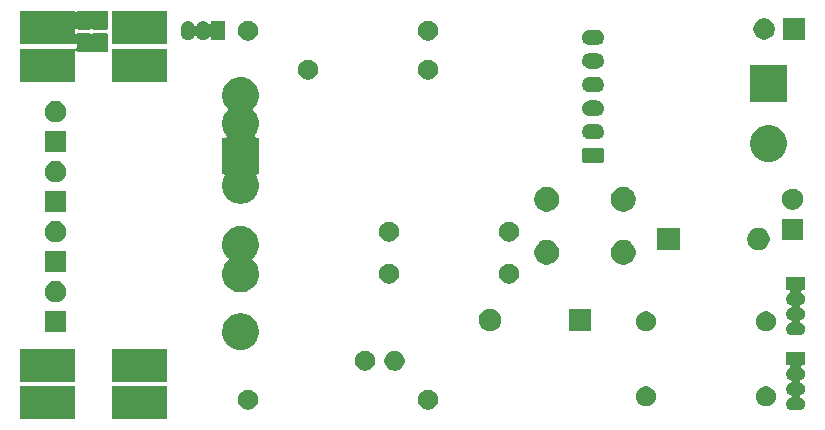
<source format=gbr>
G04 #@! TF.GenerationSoftware,KiCad,Pcbnew,5.1.5+dfsg1-2build2*
G04 #@! TF.CreationDate,2022-06-14T14:03:14+02:00*
G04 #@! TF.ProjectId,model1,6d6f6465-6c31-42e6-9b69-6361645f7063,rev?*
G04 #@! TF.SameCoordinates,Original*
G04 #@! TF.FileFunction,Soldermask,Bot*
G04 #@! TF.FilePolarity,Negative*
%FSLAX46Y46*%
G04 Gerber Fmt 4.6, Leading zero omitted, Abs format (unit mm)*
G04 Created by KiCad (PCBNEW 5.1.5+dfsg1-2build2) date 2022-06-14 14:03:14*
%MOMM*%
%LPD*%
G04 APERTURE LIST*
%ADD10C,0.100000*%
G04 APERTURE END LIST*
D10*
G36*
X48746000Y-81411000D02*
G01*
X44144000Y-81411000D01*
X44144000Y-78609000D01*
X48746000Y-78609000D01*
X48746000Y-81411000D01*
G37*
G36*
X40946000Y-81411000D02*
G01*
X36344000Y-81411000D01*
X36344000Y-78609000D01*
X40946000Y-78609000D01*
X40946000Y-81411000D01*
G37*
G36*
X102812000Y-76862000D02*
G01*
X102583735Y-76862000D01*
X102559349Y-76864402D01*
X102535900Y-76871515D01*
X102514289Y-76883066D01*
X102495347Y-76898611D01*
X102479802Y-76917553D01*
X102468251Y-76939164D01*
X102461138Y-76962613D01*
X102458736Y-76986999D01*
X102461138Y-77011385D01*
X102468251Y-77034834D01*
X102479802Y-77056445D01*
X102495347Y-77075387D01*
X102514289Y-77090932D01*
X102524802Y-77097233D01*
X102568600Y-77120644D01*
X102568602Y-77120645D01*
X102568601Y-77120645D01*
X102652501Y-77189499D01*
X102721357Y-77273400D01*
X102738247Y-77305000D01*
X102772521Y-77369121D01*
X102804027Y-77472985D01*
X102814666Y-77581000D01*
X102804027Y-77689015D01*
X102772521Y-77792879D01*
X102772519Y-77792882D01*
X102721357Y-77888600D01*
X102652501Y-77972501D01*
X102568600Y-78041357D01*
X102500055Y-78077995D01*
X102472879Y-78092521D01*
X102460131Y-78096388D01*
X102437504Y-78105760D01*
X102417130Y-78119374D01*
X102399803Y-78136701D01*
X102386189Y-78157075D01*
X102376812Y-78179714D01*
X102372031Y-78203747D01*
X102372031Y-78228251D01*
X102376811Y-78252285D01*
X102386188Y-78274924D01*
X102399802Y-78295298D01*
X102417129Y-78312625D01*
X102437503Y-78326239D01*
X102460131Y-78335612D01*
X102472879Y-78339479D01*
X102500055Y-78354005D01*
X102568600Y-78390643D01*
X102652501Y-78459499D01*
X102721357Y-78543400D01*
X102756421Y-78609000D01*
X102772521Y-78639121D01*
X102804027Y-78742985D01*
X102814666Y-78851000D01*
X102804027Y-78959015D01*
X102772521Y-79062879D01*
X102772519Y-79062882D01*
X102721357Y-79158600D01*
X102652501Y-79242501D01*
X102568600Y-79311357D01*
X102500055Y-79347995D01*
X102472879Y-79362521D01*
X102460131Y-79366388D01*
X102437504Y-79375760D01*
X102417130Y-79389374D01*
X102399803Y-79406701D01*
X102386189Y-79427075D01*
X102376812Y-79449714D01*
X102372031Y-79473747D01*
X102372031Y-79498251D01*
X102376811Y-79522285D01*
X102386188Y-79544924D01*
X102399802Y-79565298D01*
X102417129Y-79582625D01*
X102437503Y-79596239D01*
X102460131Y-79605612D01*
X102472879Y-79609479D01*
X102500055Y-79624005D01*
X102568600Y-79660643D01*
X102652501Y-79729499D01*
X102721357Y-79813400D01*
X102757995Y-79881945D01*
X102772521Y-79909121D01*
X102804027Y-80012985D01*
X102814666Y-80121000D01*
X102804027Y-80229015D01*
X102772521Y-80332879D01*
X102772519Y-80332882D01*
X102721357Y-80428600D01*
X102652501Y-80512501D01*
X102568600Y-80581357D01*
X102500055Y-80617995D01*
X102472879Y-80632521D01*
X102369015Y-80664027D01*
X102288067Y-80672000D01*
X101733933Y-80672000D01*
X101652985Y-80664027D01*
X101549121Y-80632521D01*
X101521945Y-80617995D01*
X101453400Y-80581357D01*
X101369499Y-80512501D01*
X101300643Y-80428600D01*
X101249481Y-80332882D01*
X101249479Y-80332879D01*
X101217973Y-80229015D01*
X101207334Y-80121000D01*
X101217973Y-80012985D01*
X101249479Y-79909121D01*
X101264005Y-79881945D01*
X101300643Y-79813400D01*
X101369499Y-79729499D01*
X101453400Y-79660643D01*
X101521945Y-79624005D01*
X101549121Y-79609479D01*
X101561869Y-79605612D01*
X101584496Y-79596240D01*
X101604870Y-79582626D01*
X101622197Y-79565299D01*
X101635811Y-79544925D01*
X101645188Y-79522286D01*
X101649969Y-79498253D01*
X101649969Y-79473749D01*
X101645189Y-79449715D01*
X101635812Y-79427076D01*
X101622198Y-79406702D01*
X101604871Y-79389375D01*
X101584497Y-79375761D01*
X101561869Y-79366388D01*
X101549121Y-79362521D01*
X101521945Y-79347995D01*
X101453400Y-79311357D01*
X101369499Y-79242501D01*
X101300643Y-79158600D01*
X101249481Y-79062882D01*
X101249479Y-79062879D01*
X101217973Y-78959015D01*
X101207334Y-78851000D01*
X101217973Y-78742985D01*
X101249479Y-78639121D01*
X101265579Y-78609000D01*
X101300643Y-78543400D01*
X101369499Y-78459499D01*
X101453400Y-78390643D01*
X101521945Y-78354005D01*
X101549121Y-78339479D01*
X101561869Y-78335612D01*
X101584496Y-78326240D01*
X101604870Y-78312626D01*
X101622197Y-78295299D01*
X101635811Y-78274925D01*
X101645188Y-78252286D01*
X101649969Y-78228253D01*
X101649969Y-78203749D01*
X101645189Y-78179715D01*
X101635812Y-78157076D01*
X101622198Y-78136702D01*
X101604871Y-78119375D01*
X101584497Y-78105761D01*
X101561869Y-78096388D01*
X101549121Y-78092521D01*
X101521945Y-78077995D01*
X101453400Y-78041357D01*
X101369499Y-77972501D01*
X101300643Y-77888600D01*
X101249481Y-77792882D01*
X101249479Y-77792879D01*
X101217973Y-77689015D01*
X101207334Y-77581000D01*
X101217973Y-77472985D01*
X101249479Y-77369121D01*
X101283753Y-77305000D01*
X101300643Y-77273400D01*
X101369499Y-77189499D01*
X101453399Y-77120645D01*
X101453398Y-77120645D01*
X101453400Y-77120644D01*
X101497193Y-77097236D01*
X101517563Y-77083625D01*
X101534890Y-77066298D01*
X101548504Y-77045924D01*
X101557881Y-77023285D01*
X101562662Y-76999252D01*
X101562662Y-76974748D01*
X101557882Y-76950714D01*
X101548505Y-76928076D01*
X101534891Y-76907701D01*
X101517564Y-76890374D01*
X101497190Y-76876760D01*
X101474551Y-76867383D01*
X101450518Y-76862602D01*
X101438265Y-76862000D01*
X101210000Y-76862000D01*
X101210000Y-75760000D01*
X102812000Y-75760000D01*
X102812000Y-76862000D01*
G37*
G36*
X71114228Y-78937703D02*
G01*
X71269100Y-79001853D01*
X71408481Y-79094985D01*
X71527015Y-79213519D01*
X71620147Y-79352900D01*
X71684297Y-79507772D01*
X71717000Y-79672184D01*
X71717000Y-79839816D01*
X71684297Y-80004228D01*
X71620147Y-80159100D01*
X71527015Y-80298481D01*
X71408481Y-80417015D01*
X71269100Y-80510147D01*
X71114228Y-80574297D01*
X70949816Y-80607000D01*
X70782184Y-80607000D01*
X70617772Y-80574297D01*
X70462900Y-80510147D01*
X70323519Y-80417015D01*
X70204985Y-80298481D01*
X70111853Y-80159100D01*
X70047703Y-80004228D01*
X70015000Y-79839816D01*
X70015000Y-79672184D01*
X70047703Y-79507772D01*
X70111853Y-79352900D01*
X70204985Y-79213519D01*
X70323519Y-79094985D01*
X70462900Y-79001853D01*
X70617772Y-78937703D01*
X70782184Y-78905000D01*
X70949816Y-78905000D01*
X71114228Y-78937703D01*
G37*
G36*
X55874228Y-78937703D02*
G01*
X56029100Y-79001853D01*
X56168481Y-79094985D01*
X56287015Y-79213519D01*
X56380147Y-79352900D01*
X56444297Y-79507772D01*
X56477000Y-79672184D01*
X56477000Y-79839816D01*
X56444297Y-80004228D01*
X56380147Y-80159100D01*
X56287015Y-80298481D01*
X56168481Y-80417015D01*
X56029100Y-80510147D01*
X55874228Y-80574297D01*
X55709816Y-80607000D01*
X55542184Y-80607000D01*
X55377772Y-80574297D01*
X55222900Y-80510147D01*
X55083519Y-80417015D01*
X54964985Y-80298481D01*
X54871853Y-80159100D01*
X54807703Y-80004228D01*
X54775000Y-79839816D01*
X54775000Y-79672184D01*
X54807703Y-79507772D01*
X54871853Y-79352900D01*
X54964985Y-79213519D01*
X55083519Y-79094985D01*
X55222900Y-79001853D01*
X55377772Y-78937703D01*
X55542184Y-78905000D01*
X55709816Y-78905000D01*
X55874228Y-78937703D01*
G37*
G36*
X89559228Y-78667703D02*
G01*
X89714100Y-78731853D01*
X89853481Y-78824985D01*
X89972015Y-78943519D01*
X90065147Y-79082900D01*
X90129297Y-79237772D01*
X90162000Y-79402184D01*
X90162000Y-79569816D01*
X90129297Y-79734228D01*
X90065147Y-79889100D01*
X89972015Y-80028481D01*
X89853481Y-80147015D01*
X89714100Y-80240147D01*
X89559228Y-80304297D01*
X89394816Y-80337000D01*
X89227184Y-80337000D01*
X89062772Y-80304297D01*
X88907900Y-80240147D01*
X88768519Y-80147015D01*
X88649985Y-80028481D01*
X88556853Y-79889100D01*
X88492703Y-79734228D01*
X88460000Y-79569816D01*
X88460000Y-79402184D01*
X88492703Y-79237772D01*
X88556853Y-79082900D01*
X88649985Y-78943519D01*
X88768519Y-78824985D01*
X88907900Y-78731853D01*
X89062772Y-78667703D01*
X89227184Y-78635000D01*
X89394816Y-78635000D01*
X89559228Y-78667703D01*
G37*
G36*
X99719228Y-78667703D02*
G01*
X99874100Y-78731853D01*
X100013481Y-78824985D01*
X100132015Y-78943519D01*
X100225147Y-79082900D01*
X100289297Y-79237772D01*
X100322000Y-79402184D01*
X100322000Y-79569816D01*
X100289297Y-79734228D01*
X100225147Y-79889100D01*
X100132015Y-80028481D01*
X100013481Y-80147015D01*
X99874100Y-80240147D01*
X99719228Y-80304297D01*
X99554816Y-80337000D01*
X99387184Y-80337000D01*
X99222772Y-80304297D01*
X99067900Y-80240147D01*
X98928519Y-80147015D01*
X98809985Y-80028481D01*
X98716853Y-79889100D01*
X98652703Y-79734228D01*
X98620000Y-79569816D01*
X98620000Y-79402184D01*
X98652703Y-79237772D01*
X98716853Y-79082900D01*
X98809985Y-78943519D01*
X98928519Y-78824985D01*
X99067900Y-78731853D01*
X99222772Y-78667703D01*
X99387184Y-78635000D01*
X99554816Y-78635000D01*
X99719228Y-78667703D01*
G37*
G36*
X40946000Y-78236000D02*
G01*
X36344000Y-78236000D01*
X36344000Y-75434000D01*
X40946000Y-75434000D01*
X40946000Y-78236000D01*
G37*
G36*
X48746000Y-78236000D02*
G01*
X44144000Y-78236000D01*
X44144000Y-75434000D01*
X48746000Y-75434000D01*
X48746000Y-78236000D01*
G37*
G36*
X68280228Y-75635703D02*
G01*
X68435100Y-75699853D01*
X68574481Y-75792985D01*
X68693015Y-75911519D01*
X68786147Y-76050900D01*
X68850297Y-76205772D01*
X68883000Y-76370184D01*
X68883000Y-76537816D01*
X68850297Y-76702228D01*
X68786147Y-76857100D01*
X68693015Y-76996481D01*
X68574481Y-77115015D01*
X68435100Y-77208147D01*
X68280228Y-77272297D01*
X68115816Y-77305000D01*
X67948184Y-77305000D01*
X67783772Y-77272297D01*
X67628900Y-77208147D01*
X67489519Y-77115015D01*
X67370985Y-76996481D01*
X67277853Y-76857100D01*
X67213703Y-76702228D01*
X67181000Y-76537816D01*
X67181000Y-76370184D01*
X67213703Y-76205772D01*
X67277853Y-76050900D01*
X67370985Y-75911519D01*
X67489519Y-75792985D01*
X67628900Y-75699853D01*
X67783772Y-75635703D01*
X67948184Y-75603000D01*
X68115816Y-75603000D01*
X68280228Y-75635703D01*
G37*
G36*
X65780228Y-75635703D02*
G01*
X65935100Y-75699853D01*
X66074481Y-75792985D01*
X66193015Y-75911519D01*
X66286147Y-76050900D01*
X66350297Y-76205772D01*
X66383000Y-76370184D01*
X66383000Y-76537816D01*
X66350297Y-76702228D01*
X66286147Y-76857100D01*
X66193015Y-76996481D01*
X66074481Y-77115015D01*
X65935100Y-77208147D01*
X65780228Y-77272297D01*
X65615816Y-77305000D01*
X65448184Y-77305000D01*
X65283772Y-77272297D01*
X65128900Y-77208147D01*
X64989519Y-77115015D01*
X64870985Y-76996481D01*
X64777853Y-76857100D01*
X64713703Y-76702228D01*
X64681000Y-76537816D01*
X64681000Y-76370184D01*
X64713703Y-76205772D01*
X64777853Y-76050900D01*
X64870985Y-75911519D01*
X64989519Y-75792985D01*
X65128900Y-75699853D01*
X65283772Y-75635703D01*
X65448184Y-75603000D01*
X65615816Y-75603000D01*
X65780228Y-75635703D01*
G37*
G36*
X55283396Y-72474985D02*
G01*
X55452410Y-72508604D01*
X55734674Y-72625521D01*
X55988705Y-72795259D01*
X56204741Y-73011295D01*
X56374479Y-73265326D01*
X56491396Y-73547590D01*
X56514349Y-73662985D01*
X56551000Y-73847239D01*
X56551000Y-74152761D01*
X56535366Y-74231356D01*
X56491396Y-74452410D01*
X56374479Y-74734674D01*
X56204741Y-74988705D01*
X55988705Y-75204741D01*
X55734674Y-75374479D01*
X55452410Y-75491396D01*
X55302585Y-75521198D01*
X55152761Y-75551000D01*
X54847239Y-75551000D01*
X54697415Y-75521198D01*
X54547590Y-75491396D01*
X54265326Y-75374479D01*
X54011295Y-75204741D01*
X53795259Y-74988705D01*
X53625521Y-74734674D01*
X53508604Y-74452410D01*
X53464634Y-74231356D01*
X53449000Y-74152761D01*
X53449000Y-73847239D01*
X53485651Y-73662985D01*
X53508604Y-73547590D01*
X53625521Y-73265326D01*
X53795259Y-73011295D01*
X54011295Y-72795259D01*
X54265326Y-72625521D01*
X54547590Y-72508604D01*
X54716604Y-72474985D01*
X54847239Y-72449000D01*
X55152761Y-72449000D01*
X55283396Y-72474985D01*
G37*
G36*
X102812000Y-70512000D02*
G01*
X102583735Y-70512000D01*
X102559349Y-70514402D01*
X102535900Y-70521515D01*
X102514289Y-70533066D01*
X102495347Y-70548611D01*
X102479802Y-70567553D01*
X102468251Y-70589164D01*
X102461138Y-70612613D01*
X102458736Y-70636999D01*
X102461138Y-70661385D01*
X102468251Y-70684834D01*
X102479802Y-70706445D01*
X102495347Y-70725387D01*
X102514289Y-70740932D01*
X102524802Y-70747233D01*
X102568600Y-70770644D01*
X102568602Y-70770645D01*
X102568601Y-70770645D01*
X102652501Y-70839499D01*
X102721357Y-70923400D01*
X102757995Y-70991945D01*
X102772521Y-71019121D01*
X102804027Y-71122985D01*
X102814666Y-71231000D01*
X102804027Y-71339015D01*
X102772521Y-71442879D01*
X102772519Y-71442882D01*
X102721357Y-71538600D01*
X102652501Y-71622501D01*
X102568600Y-71691357D01*
X102500055Y-71727995D01*
X102472879Y-71742521D01*
X102460131Y-71746388D01*
X102437504Y-71755760D01*
X102417130Y-71769374D01*
X102399803Y-71786701D01*
X102386189Y-71807075D01*
X102376812Y-71829714D01*
X102372031Y-71853747D01*
X102372031Y-71878251D01*
X102376811Y-71902285D01*
X102386188Y-71924924D01*
X102399802Y-71945298D01*
X102417129Y-71962625D01*
X102437503Y-71976239D01*
X102460131Y-71985612D01*
X102472879Y-71989479D01*
X102500055Y-72004005D01*
X102568600Y-72040643D01*
X102652501Y-72109499D01*
X102721357Y-72193400D01*
X102756421Y-72259000D01*
X102772521Y-72289121D01*
X102804027Y-72392985D01*
X102814666Y-72501000D01*
X102804027Y-72609015D01*
X102772521Y-72712879D01*
X102772519Y-72712882D01*
X102721357Y-72808600D01*
X102652501Y-72892501D01*
X102568600Y-72961357D01*
X102500055Y-72997995D01*
X102472879Y-73012521D01*
X102460131Y-73016388D01*
X102437504Y-73025760D01*
X102417130Y-73039374D01*
X102399803Y-73056701D01*
X102386189Y-73077075D01*
X102376812Y-73099714D01*
X102372031Y-73123747D01*
X102372031Y-73148251D01*
X102376811Y-73172285D01*
X102386188Y-73194924D01*
X102399802Y-73215298D01*
X102417129Y-73232625D01*
X102437503Y-73246239D01*
X102460131Y-73255612D01*
X102472879Y-73259479D01*
X102483821Y-73265328D01*
X102568600Y-73310643D01*
X102652501Y-73379499D01*
X102721357Y-73463400D01*
X102757995Y-73531945D01*
X102772521Y-73559121D01*
X102804027Y-73662985D01*
X102814666Y-73771000D01*
X102804027Y-73879015D01*
X102772521Y-73982879D01*
X102772519Y-73982882D01*
X102721357Y-74078600D01*
X102652501Y-74162501D01*
X102568600Y-74231357D01*
X102500055Y-74267995D01*
X102472879Y-74282521D01*
X102369015Y-74314027D01*
X102288067Y-74322000D01*
X101733933Y-74322000D01*
X101652985Y-74314027D01*
X101549121Y-74282521D01*
X101521945Y-74267995D01*
X101453400Y-74231357D01*
X101369499Y-74162501D01*
X101300643Y-74078600D01*
X101249481Y-73982882D01*
X101249479Y-73982879D01*
X101217973Y-73879015D01*
X101207334Y-73771000D01*
X101217973Y-73662985D01*
X101249479Y-73559121D01*
X101264005Y-73531945D01*
X101300643Y-73463400D01*
X101369499Y-73379499D01*
X101453400Y-73310643D01*
X101538179Y-73265328D01*
X101549121Y-73259479D01*
X101561869Y-73255612D01*
X101584496Y-73246240D01*
X101604870Y-73232626D01*
X101622197Y-73215299D01*
X101635811Y-73194925D01*
X101645188Y-73172286D01*
X101649969Y-73148253D01*
X101649969Y-73123749D01*
X101645189Y-73099715D01*
X101635812Y-73077076D01*
X101622198Y-73056702D01*
X101604871Y-73039375D01*
X101584497Y-73025761D01*
X101561869Y-73016388D01*
X101549121Y-73012521D01*
X101521945Y-72997995D01*
X101453400Y-72961357D01*
X101369499Y-72892501D01*
X101300643Y-72808600D01*
X101249481Y-72712882D01*
X101249479Y-72712879D01*
X101217973Y-72609015D01*
X101207334Y-72501000D01*
X101217973Y-72392985D01*
X101249479Y-72289121D01*
X101265579Y-72259000D01*
X101300643Y-72193400D01*
X101369499Y-72109499D01*
X101453400Y-72040643D01*
X101521945Y-72004005D01*
X101549121Y-71989479D01*
X101561869Y-71985612D01*
X101584496Y-71976240D01*
X101604870Y-71962626D01*
X101622197Y-71945299D01*
X101635811Y-71924925D01*
X101645188Y-71902286D01*
X101649969Y-71878253D01*
X101649969Y-71853749D01*
X101645189Y-71829715D01*
X101635812Y-71807076D01*
X101622198Y-71786702D01*
X101604871Y-71769375D01*
X101584497Y-71755761D01*
X101561869Y-71746388D01*
X101549121Y-71742521D01*
X101521945Y-71727995D01*
X101453400Y-71691357D01*
X101369499Y-71622501D01*
X101300643Y-71538600D01*
X101249481Y-71442882D01*
X101249479Y-71442879D01*
X101217973Y-71339015D01*
X101207334Y-71231000D01*
X101217973Y-71122985D01*
X101249479Y-71019121D01*
X101264005Y-70991945D01*
X101300643Y-70923400D01*
X101369499Y-70839499D01*
X101453399Y-70770645D01*
X101453398Y-70770645D01*
X101453400Y-70770644D01*
X101497193Y-70747236D01*
X101517563Y-70733625D01*
X101534890Y-70716298D01*
X101548504Y-70695924D01*
X101557881Y-70673285D01*
X101562662Y-70649252D01*
X101562662Y-70624748D01*
X101557882Y-70600714D01*
X101548505Y-70578076D01*
X101534891Y-70557701D01*
X101517564Y-70540374D01*
X101497190Y-70526760D01*
X101474551Y-70517383D01*
X101450518Y-70512602D01*
X101438265Y-70512000D01*
X101210000Y-70512000D01*
X101210000Y-69410000D01*
X102812000Y-69410000D01*
X102812000Y-70512000D01*
G37*
G36*
X40231000Y-74061000D02*
G01*
X38429000Y-74061000D01*
X38429000Y-72259000D01*
X40231000Y-72259000D01*
X40231000Y-74061000D01*
G37*
G36*
X89559228Y-72317703D02*
G01*
X89714100Y-72381853D01*
X89853481Y-72474985D01*
X89972015Y-72593519D01*
X90065147Y-72732900D01*
X90129297Y-72887772D01*
X90162000Y-73052184D01*
X90162000Y-73219816D01*
X90129297Y-73384228D01*
X90065147Y-73539100D01*
X89972015Y-73678481D01*
X89853481Y-73797015D01*
X89714100Y-73890147D01*
X89559228Y-73954297D01*
X89394816Y-73987000D01*
X89227184Y-73987000D01*
X89062772Y-73954297D01*
X88907900Y-73890147D01*
X88768519Y-73797015D01*
X88649985Y-73678481D01*
X88556853Y-73539100D01*
X88492703Y-73384228D01*
X88460000Y-73219816D01*
X88460000Y-73052184D01*
X88492703Y-72887772D01*
X88556853Y-72732900D01*
X88649985Y-72593519D01*
X88768519Y-72474985D01*
X88907900Y-72381853D01*
X89062772Y-72317703D01*
X89227184Y-72285000D01*
X89394816Y-72285000D01*
X89559228Y-72317703D01*
G37*
G36*
X99719228Y-72317703D02*
G01*
X99874100Y-72381853D01*
X100013481Y-72474985D01*
X100132015Y-72593519D01*
X100225147Y-72732900D01*
X100289297Y-72887772D01*
X100322000Y-73052184D01*
X100322000Y-73219816D01*
X100289297Y-73384228D01*
X100225147Y-73539100D01*
X100132015Y-73678481D01*
X100013481Y-73797015D01*
X99874100Y-73890147D01*
X99719228Y-73954297D01*
X99554816Y-73987000D01*
X99387184Y-73987000D01*
X99222772Y-73954297D01*
X99067900Y-73890147D01*
X98928519Y-73797015D01*
X98809985Y-73678481D01*
X98716853Y-73539100D01*
X98652703Y-73384228D01*
X98620000Y-73219816D01*
X98620000Y-73052184D01*
X98652703Y-72887772D01*
X98716853Y-72732900D01*
X98809985Y-72593519D01*
X98928519Y-72474985D01*
X99067900Y-72381853D01*
X99222772Y-72317703D01*
X99387184Y-72285000D01*
X99554816Y-72285000D01*
X99719228Y-72317703D01*
G37*
G36*
X84701000Y-73951000D02*
G01*
X82799000Y-73951000D01*
X82799000Y-72049000D01*
X84701000Y-72049000D01*
X84701000Y-73951000D01*
G37*
G36*
X76407395Y-72085546D02*
G01*
X76580466Y-72157234D01*
X76580467Y-72157235D01*
X76736227Y-72261310D01*
X76868690Y-72393773D01*
X76868691Y-72393775D01*
X76972766Y-72549534D01*
X77044454Y-72722605D01*
X77081000Y-72906333D01*
X77081000Y-73093667D01*
X77044454Y-73277395D01*
X76972766Y-73450466D01*
X76921081Y-73527818D01*
X76868690Y-73606227D01*
X76736227Y-73738690D01*
X76687871Y-73771000D01*
X76580466Y-73842766D01*
X76407395Y-73914454D01*
X76223667Y-73951000D01*
X76036333Y-73951000D01*
X75852605Y-73914454D01*
X75679534Y-73842766D01*
X75572129Y-73771000D01*
X75523773Y-73738690D01*
X75391310Y-73606227D01*
X75338919Y-73527818D01*
X75287234Y-73450466D01*
X75215546Y-73277395D01*
X75179000Y-73093667D01*
X75179000Y-72906333D01*
X75215546Y-72722605D01*
X75287234Y-72549534D01*
X75391309Y-72393775D01*
X75391310Y-72393773D01*
X75523773Y-72261310D01*
X75679533Y-72157235D01*
X75679534Y-72157234D01*
X75852605Y-72085546D01*
X76036333Y-72049000D01*
X76223667Y-72049000D01*
X76407395Y-72085546D01*
G37*
G36*
X39443512Y-69723927D02*
G01*
X39592812Y-69753624D01*
X39756784Y-69821544D01*
X39904354Y-69920147D01*
X40029853Y-70045646D01*
X40128456Y-70193216D01*
X40196376Y-70357188D01*
X40231000Y-70531259D01*
X40231000Y-70708741D01*
X40196376Y-70882812D01*
X40128456Y-71046784D01*
X40029853Y-71194354D01*
X39904354Y-71319853D01*
X39756784Y-71418456D01*
X39592812Y-71486376D01*
X39443512Y-71516073D01*
X39418742Y-71521000D01*
X39241258Y-71521000D01*
X39216488Y-71516073D01*
X39067188Y-71486376D01*
X38903216Y-71418456D01*
X38755646Y-71319853D01*
X38630147Y-71194354D01*
X38531544Y-71046784D01*
X38463624Y-70882812D01*
X38429000Y-70708741D01*
X38429000Y-70531259D01*
X38463624Y-70357188D01*
X38531544Y-70193216D01*
X38630147Y-70045646D01*
X38755646Y-69920147D01*
X38903216Y-69821544D01*
X39067188Y-69753624D01*
X39216488Y-69723927D01*
X39241258Y-69719000D01*
X39418742Y-69719000D01*
X39443512Y-69723927D01*
G37*
G36*
X55297585Y-65098802D02*
G01*
X55447410Y-65128604D01*
X55729674Y-65245521D01*
X55983705Y-65415259D01*
X56199741Y-65631295D01*
X56369479Y-65885326D01*
X56486396Y-66167590D01*
X56509430Y-66283389D01*
X56546000Y-66467239D01*
X56546000Y-66772761D01*
X56541344Y-66796167D01*
X56486396Y-67072410D01*
X56369479Y-67354674D01*
X56199741Y-67608705D01*
X56026823Y-67781623D01*
X56011287Y-67800554D01*
X55999736Y-67822165D01*
X55992623Y-67845614D01*
X55990221Y-67870000D01*
X55992623Y-67894386D01*
X55999736Y-67917835D01*
X56011287Y-67939446D01*
X56026823Y-67958377D01*
X56199741Y-68131295D01*
X56369479Y-68385326D01*
X56435833Y-68545520D01*
X56486396Y-68667591D01*
X56546000Y-68967239D01*
X56546000Y-69272761D01*
X56533375Y-69336229D01*
X56486396Y-69572410D01*
X56369479Y-69854674D01*
X56199741Y-70108705D01*
X55983705Y-70324741D01*
X55729674Y-70494479D01*
X55447410Y-70611396D01*
X55318695Y-70636999D01*
X55147761Y-70671000D01*
X54842239Y-70671000D01*
X54671305Y-70636999D01*
X54542590Y-70611396D01*
X54260326Y-70494479D01*
X54006295Y-70324741D01*
X53790259Y-70108705D01*
X53620521Y-69854674D01*
X53503604Y-69572410D01*
X53456625Y-69336229D01*
X53444000Y-69272761D01*
X53444000Y-68967239D01*
X53503604Y-68667591D01*
X53554167Y-68545520D01*
X53620521Y-68385326D01*
X53790259Y-68131295D01*
X53963177Y-67958377D01*
X53978713Y-67939446D01*
X53990264Y-67917835D01*
X53997377Y-67894386D01*
X53999779Y-67870000D01*
X53997377Y-67845614D01*
X53990264Y-67822165D01*
X53978713Y-67800554D01*
X53963177Y-67781623D01*
X53790259Y-67608705D01*
X53620521Y-67354674D01*
X53503604Y-67072410D01*
X53448656Y-66796167D01*
X53444000Y-66772761D01*
X53444000Y-66467239D01*
X53480570Y-66283389D01*
X53503604Y-66167590D01*
X53620521Y-65885326D01*
X53790259Y-65631295D01*
X54006295Y-65415259D01*
X54260326Y-65245521D01*
X54542590Y-65128604D01*
X54692415Y-65098802D01*
X54842239Y-65069000D01*
X55147761Y-65069000D01*
X55297585Y-65098802D01*
G37*
G36*
X67812228Y-68269703D02*
G01*
X67967100Y-68333853D01*
X68106481Y-68426985D01*
X68225015Y-68545519D01*
X68318147Y-68684900D01*
X68382297Y-68839772D01*
X68415000Y-69004184D01*
X68415000Y-69171816D01*
X68382297Y-69336228D01*
X68318147Y-69491100D01*
X68225015Y-69630481D01*
X68106481Y-69749015D01*
X67967100Y-69842147D01*
X67812228Y-69906297D01*
X67647816Y-69939000D01*
X67480184Y-69939000D01*
X67315772Y-69906297D01*
X67160900Y-69842147D01*
X67021519Y-69749015D01*
X66902985Y-69630481D01*
X66809853Y-69491100D01*
X66745703Y-69336228D01*
X66713000Y-69171816D01*
X66713000Y-69004184D01*
X66745703Y-68839772D01*
X66809853Y-68684900D01*
X66902985Y-68545519D01*
X67021519Y-68426985D01*
X67160900Y-68333853D01*
X67315772Y-68269703D01*
X67480184Y-68237000D01*
X67647816Y-68237000D01*
X67812228Y-68269703D01*
G37*
G36*
X77972228Y-68269703D02*
G01*
X78127100Y-68333853D01*
X78266481Y-68426985D01*
X78385015Y-68545519D01*
X78478147Y-68684900D01*
X78542297Y-68839772D01*
X78575000Y-69004184D01*
X78575000Y-69171816D01*
X78542297Y-69336228D01*
X78478147Y-69491100D01*
X78385015Y-69630481D01*
X78266481Y-69749015D01*
X78127100Y-69842147D01*
X77972228Y-69906297D01*
X77807816Y-69939000D01*
X77640184Y-69939000D01*
X77475772Y-69906297D01*
X77320900Y-69842147D01*
X77181519Y-69749015D01*
X77062985Y-69630481D01*
X76969853Y-69491100D01*
X76905703Y-69336228D01*
X76873000Y-69171816D01*
X76873000Y-69004184D01*
X76905703Y-68839772D01*
X76969853Y-68684900D01*
X77062985Y-68545519D01*
X77181519Y-68426985D01*
X77320900Y-68333853D01*
X77475772Y-68269703D01*
X77640184Y-68237000D01*
X77807816Y-68237000D01*
X77972228Y-68269703D01*
G37*
G36*
X40231000Y-68981000D02*
G01*
X38429000Y-68981000D01*
X38429000Y-67179000D01*
X40231000Y-67179000D01*
X40231000Y-68981000D01*
G37*
G36*
X87714564Y-66283389D02*
G01*
X87905833Y-66362615D01*
X87905835Y-66362616D01*
X88023145Y-66441000D01*
X88077973Y-66477635D01*
X88224365Y-66624027D01*
X88339385Y-66796167D01*
X88418611Y-66987436D01*
X88459000Y-67190484D01*
X88459000Y-67397516D01*
X88418611Y-67600564D01*
X88339385Y-67791833D01*
X88339384Y-67791835D01*
X88224365Y-67963973D01*
X88077973Y-68110365D01*
X87905835Y-68225384D01*
X87905834Y-68225385D01*
X87905833Y-68225385D01*
X87714564Y-68304611D01*
X87511516Y-68345000D01*
X87304484Y-68345000D01*
X87101436Y-68304611D01*
X86910167Y-68225385D01*
X86910166Y-68225385D01*
X86910165Y-68225384D01*
X86738027Y-68110365D01*
X86591635Y-67963973D01*
X86476616Y-67791835D01*
X86476615Y-67791833D01*
X86397389Y-67600564D01*
X86357000Y-67397516D01*
X86357000Y-67190484D01*
X86397389Y-66987436D01*
X86476615Y-66796167D01*
X86591635Y-66624027D01*
X86738027Y-66477635D01*
X86792855Y-66441000D01*
X86910165Y-66362616D01*
X86910167Y-66362615D01*
X87101436Y-66283389D01*
X87304484Y-66243000D01*
X87511516Y-66243000D01*
X87714564Y-66283389D01*
G37*
G36*
X81214564Y-66283389D02*
G01*
X81405833Y-66362615D01*
X81405835Y-66362616D01*
X81523145Y-66441000D01*
X81577973Y-66477635D01*
X81724365Y-66624027D01*
X81839385Y-66796167D01*
X81918611Y-66987436D01*
X81959000Y-67190484D01*
X81959000Y-67397516D01*
X81918611Y-67600564D01*
X81839385Y-67791833D01*
X81839384Y-67791835D01*
X81724365Y-67963973D01*
X81577973Y-68110365D01*
X81405835Y-68225384D01*
X81405834Y-68225385D01*
X81405833Y-68225385D01*
X81214564Y-68304611D01*
X81011516Y-68345000D01*
X80804484Y-68345000D01*
X80601436Y-68304611D01*
X80410167Y-68225385D01*
X80410166Y-68225385D01*
X80410165Y-68225384D01*
X80238027Y-68110365D01*
X80091635Y-67963973D01*
X79976616Y-67791835D01*
X79976615Y-67791833D01*
X79897389Y-67600564D01*
X79857000Y-67397516D01*
X79857000Y-67190484D01*
X79897389Y-66987436D01*
X79976615Y-66796167D01*
X80091635Y-66624027D01*
X80238027Y-66477635D01*
X80292855Y-66441000D01*
X80410165Y-66362616D01*
X80410167Y-66362615D01*
X80601436Y-66283389D01*
X80804484Y-66243000D01*
X81011516Y-66243000D01*
X81214564Y-66283389D01*
G37*
G36*
X99113395Y-65236546D02*
G01*
X99286466Y-65308234D01*
X99286467Y-65308235D01*
X99442227Y-65412310D01*
X99574690Y-65544773D01*
X99622159Y-65615816D01*
X99678766Y-65700534D01*
X99750454Y-65873605D01*
X99787000Y-66057333D01*
X99787000Y-66244667D01*
X99750454Y-66428395D01*
X99678766Y-66601466D01*
X99678765Y-66601467D01*
X99574690Y-66757227D01*
X99442227Y-66889690D01*
X99363818Y-66942081D01*
X99286466Y-66993766D01*
X99113395Y-67065454D01*
X98929667Y-67102000D01*
X98742333Y-67102000D01*
X98558605Y-67065454D01*
X98385534Y-66993766D01*
X98308182Y-66942081D01*
X98229773Y-66889690D01*
X98097310Y-66757227D01*
X97993235Y-66601467D01*
X97993234Y-66601466D01*
X97921546Y-66428395D01*
X97885000Y-66244667D01*
X97885000Y-66057333D01*
X97921546Y-65873605D01*
X97993234Y-65700534D01*
X98049841Y-65615816D01*
X98097310Y-65544773D01*
X98229773Y-65412310D01*
X98385533Y-65308235D01*
X98385534Y-65308234D01*
X98558605Y-65236546D01*
X98742333Y-65200000D01*
X98929667Y-65200000D01*
X99113395Y-65236546D01*
G37*
G36*
X92167000Y-67102000D02*
G01*
X90265000Y-67102000D01*
X90265000Y-65200000D01*
X92167000Y-65200000D01*
X92167000Y-67102000D01*
G37*
G36*
X39443512Y-64643927D02*
G01*
X39592812Y-64673624D01*
X39756784Y-64741544D01*
X39904354Y-64840147D01*
X40029853Y-64965646D01*
X40128456Y-65113216D01*
X40196376Y-65277188D01*
X40226073Y-65426488D01*
X40230389Y-65448184D01*
X40231000Y-65451259D01*
X40231000Y-65628741D01*
X40196376Y-65802812D01*
X40128456Y-65966784D01*
X40029853Y-66114354D01*
X39904354Y-66239853D01*
X39756784Y-66338456D01*
X39592812Y-66406376D01*
X39443512Y-66436073D01*
X39418742Y-66441000D01*
X39241258Y-66441000D01*
X39216488Y-66436073D01*
X39067188Y-66406376D01*
X38903216Y-66338456D01*
X38755646Y-66239853D01*
X38630147Y-66114354D01*
X38531544Y-65966784D01*
X38463624Y-65802812D01*
X38429000Y-65628741D01*
X38429000Y-65451259D01*
X38429612Y-65448184D01*
X38433927Y-65426488D01*
X38463624Y-65277188D01*
X38531544Y-65113216D01*
X38630147Y-64965646D01*
X38755646Y-64840147D01*
X38903216Y-64741544D01*
X39067188Y-64673624D01*
X39216488Y-64643927D01*
X39241258Y-64639000D01*
X39418742Y-64639000D01*
X39443512Y-64643927D01*
G37*
G36*
X67812228Y-64713703D02*
G01*
X67967100Y-64777853D01*
X68106481Y-64870985D01*
X68225015Y-64989519D01*
X68318147Y-65128900D01*
X68382297Y-65283772D01*
X68415000Y-65448184D01*
X68415000Y-65615816D01*
X68382297Y-65780228D01*
X68318147Y-65935100D01*
X68225015Y-66074481D01*
X68106481Y-66193015D01*
X67967100Y-66286147D01*
X67812228Y-66350297D01*
X67647816Y-66383000D01*
X67480184Y-66383000D01*
X67315772Y-66350297D01*
X67160900Y-66286147D01*
X67021519Y-66193015D01*
X66902985Y-66074481D01*
X66809853Y-65935100D01*
X66745703Y-65780228D01*
X66713000Y-65615816D01*
X66713000Y-65448184D01*
X66745703Y-65283772D01*
X66809853Y-65128900D01*
X66902985Y-64989519D01*
X67021519Y-64870985D01*
X67160900Y-64777853D01*
X67315772Y-64713703D01*
X67480184Y-64681000D01*
X67647816Y-64681000D01*
X67812228Y-64713703D01*
G37*
G36*
X77972228Y-64713703D02*
G01*
X78127100Y-64777853D01*
X78266481Y-64870985D01*
X78385015Y-64989519D01*
X78478147Y-65128900D01*
X78542297Y-65283772D01*
X78575000Y-65448184D01*
X78575000Y-65615816D01*
X78542297Y-65780228D01*
X78478147Y-65935100D01*
X78385015Y-66074481D01*
X78266481Y-66193015D01*
X78127100Y-66286147D01*
X77972228Y-66350297D01*
X77807816Y-66383000D01*
X77640184Y-66383000D01*
X77475772Y-66350297D01*
X77320900Y-66286147D01*
X77181519Y-66193015D01*
X77062985Y-66074481D01*
X76969853Y-65935100D01*
X76905703Y-65780228D01*
X76873000Y-65615816D01*
X76873000Y-65448184D01*
X76905703Y-65283772D01*
X76969853Y-65128900D01*
X77062985Y-64989519D01*
X77181519Y-64870985D01*
X77320900Y-64777853D01*
X77475772Y-64713703D01*
X77640184Y-64681000D01*
X77807816Y-64681000D01*
X77972228Y-64713703D01*
G37*
G36*
X102639000Y-66226000D02*
G01*
X100837000Y-66226000D01*
X100837000Y-64424000D01*
X102639000Y-64424000D01*
X102639000Y-66226000D01*
G37*
G36*
X40231000Y-63901000D02*
G01*
X38429000Y-63901000D01*
X38429000Y-62099000D01*
X40231000Y-62099000D01*
X40231000Y-63901000D01*
G37*
G36*
X87714564Y-61783389D02*
G01*
X87905833Y-61862615D01*
X87905835Y-61862616D01*
X88077973Y-61977635D01*
X88224365Y-62124027D01*
X88282243Y-62210647D01*
X88339385Y-62296167D01*
X88418611Y-62487436D01*
X88459000Y-62690484D01*
X88459000Y-62897516D01*
X88418611Y-63100564D01*
X88372543Y-63211782D01*
X88339384Y-63291835D01*
X88224365Y-63463973D01*
X88077973Y-63610365D01*
X87905835Y-63725384D01*
X87905834Y-63725385D01*
X87905833Y-63725385D01*
X87714564Y-63804611D01*
X87511516Y-63845000D01*
X87304484Y-63845000D01*
X87101436Y-63804611D01*
X86910167Y-63725385D01*
X86910166Y-63725385D01*
X86910165Y-63725384D01*
X86738027Y-63610365D01*
X86591635Y-63463973D01*
X86476616Y-63291835D01*
X86443457Y-63211782D01*
X86397389Y-63100564D01*
X86357000Y-62897516D01*
X86357000Y-62690484D01*
X86397389Y-62487436D01*
X86476615Y-62296167D01*
X86533758Y-62210647D01*
X86591635Y-62124027D01*
X86738027Y-61977635D01*
X86910165Y-61862616D01*
X86910167Y-61862615D01*
X87101436Y-61783389D01*
X87304484Y-61743000D01*
X87511516Y-61743000D01*
X87714564Y-61783389D01*
G37*
G36*
X81214564Y-61783389D02*
G01*
X81405833Y-61862615D01*
X81405835Y-61862616D01*
X81577973Y-61977635D01*
X81724365Y-62124027D01*
X81782243Y-62210647D01*
X81839385Y-62296167D01*
X81918611Y-62487436D01*
X81959000Y-62690484D01*
X81959000Y-62897516D01*
X81918611Y-63100564D01*
X81872543Y-63211782D01*
X81839384Y-63291835D01*
X81724365Y-63463973D01*
X81577973Y-63610365D01*
X81405835Y-63725384D01*
X81405834Y-63725385D01*
X81405833Y-63725385D01*
X81214564Y-63804611D01*
X81011516Y-63845000D01*
X80804484Y-63845000D01*
X80601436Y-63804611D01*
X80410167Y-63725385D01*
X80410166Y-63725385D01*
X80410165Y-63725384D01*
X80238027Y-63610365D01*
X80091635Y-63463973D01*
X79976616Y-63291835D01*
X79943457Y-63211782D01*
X79897389Y-63100564D01*
X79857000Y-62897516D01*
X79857000Y-62690484D01*
X79897389Y-62487436D01*
X79976615Y-62296167D01*
X80033758Y-62210647D01*
X80091635Y-62124027D01*
X80238027Y-61977635D01*
X80410165Y-61862616D01*
X80410167Y-61862615D01*
X80601436Y-61783389D01*
X80804484Y-61743000D01*
X81011516Y-61743000D01*
X81214564Y-61783389D01*
G37*
G36*
X101851512Y-61888927D02*
G01*
X102000812Y-61918624D01*
X102164784Y-61986544D01*
X102312354Y-62085147D01*
X102437853Y-62210646D01*
X102536456Y-62358216D01*
X102604376Y-62522188D01*
X102639000Y-62696259D01*
X102639000Y-62873741D01*
X102604376Y-63047812D01*
X102536456Y-63211784D01*
X102437853Y-63359354D01*
X102312354Y-63484853D01*
X102164784Y-63583456D01*
X102000812Y-63651376D01*
X101851512Y-63681073D01*
X101826742Y-63686000D01*
X101649258Y-63686000D01*
X101624488Y-63681073D01*
X101475188Y-63651376D01*
X101311216Y-63583456D01*
X101163646Y-63484853D01*
X101038147Y-63359354D01*
X100939544Y-63211784D01*
X100871624Y-63047812D01*
X100837000Y-62873741D01*
X100837000Y-62696259D01*
X100871624Y-62522188D01*
X100939544Y-62358216D01*
X101038147Y-62210646D01*
X101163646Y-62085147D01*
X101311216Y-61986544D01*
X101475188Y-61918624D01*
X101624488Y-61888927D01*
X101649258Y-61884000D01*
X101826742Y-61884000D01*
X101851512Y-61888927D01*
G37*
G36*
X55261577Y-52470645D02*
G01*
X55452410Y-52508604D01*
X55734674Y-52625521D01*
X55988705Y-52795259D01*
X56204741Y-53011295D01*
X56374479Y-53265326D01*
X56491396Y-53547590D01*
X56551000Y-53847240D01*
X56551000Y-54152760D01*
X56491396Y-54452410D01*
X56374479Y-54734674D01*
X56204741Y-54988705D01*
X56087823Y-55105623D01*
X56072287Y-55124554D01*
X56060736Y-55146165D01*
X56053623Y-55169614D01*
X56051221Y-55194000D01*
X56053623Y-55218386D01*
X56060736Y-55241835D01*
X56072287Y-55263446D01*
X56087823Y-55282377D01*
X56204741Y-55399295D01*
X56374479Y-55653326D01*
X56491396Y-55935590D01*
X56551000Y-56235240D01*
X56551000Y-56540760D01*
X56491396Y-56840410D01*
X56374479Y-57122674D01*
X56206170Y-57374567D01*
X56194625Y-57396166D01*
X56187512Y-57419615D01*
X56185110Y-57444001D01*
X56187512Y-57468387D01*
X56194625Y-57491836D01*
X56206176Y-57513447D01*
X56221721Y-57532389D01*
X56240663Y-57547934D01*
X56262274Y-57559485D01*
X56285723Y-57566598D01*
X56310109Y-57569000D01*
X56546000Y-57569000D01*
X56546000Y-60671000D01*
X56460127Y-60671000D01*
X56435741Y-60673402D01*
X56412292Y-60680515D01*
X56390681Y-60692066D01*
X56371739Y-60707611D01*
X56356194Y-60726553D01*
X56344643Y-60748164D01*
X56337530Y-60771613D01*
X56335128Y-60795999D01*
X56337530Y-60820385D01*
X56344643Y-60843834D01*
X56356193Y-60865442D01*
X56369479Y-60885326D01*
X56486396Y-61167590D01*
X56546000Y-61467240D01*
X56546000Y-61772760D01*
X56486396Y-62072410D01*
X56369479Y-62354674D01*
X56199741Y-62608705D01*
X55983705Y-62824741D01*
X55729674Y-62994479D01*
X55447410Y-63111396D01*
X55297585Y-63141198D01*
X55147761Y-63171000D01*
X54842239Y-63171000D01*
X54692415Y-63141198D01*
X54542590Y-63111396D01*
X54260326Y-62994479D01*
X54006295Y-62824741D01*
X53790259Y-62608705D01*
X53620521Y-62354674D01*
X53503604Y-62072410D01*
X53444000Y-61772760D01*
X53444000Y-61467240D01*
X53503604Y-61167590D01*
X53620521Y-60885326D01*
X53633807Y-60865442D01*
X53645357Y-60843834D01*
X53652470Y-60820385D01*
X53654872Y-60795998D01*
X53652470Y-60771612D01*
X53645357Y-60748163D01*
X53633806Y-60726553D01*
X53618260Y-60707611D01*
X53599318Y-60692066D01*
X53577708Y-60680515D01*
X53554259Y-60673402D01*
X53529873Y-60671000D01*
X53444000Y-60671000D01*
X53444000Y-57569000D01*
X53689891Y-57569000D01*
X53714277Y-57566598D01*
X53737726Y-57559485D01*
X53759337Y-57547934D01*
X53778279Y-57532389D01*
X53793824Y-57513447D01*
X53805375Y-57491836D01*
X53812488Y-57468387D01*
X53814890Y-57444001D01*
X53812488Y-57419615D01*
X53805375Y-57396166D01*
X53793830Y-57374567D01*
X53625521Y-57122674D01*
X53508604Y-56840410D01*
X53449000Y-56540760D01*
X53449000Y-56235240D01*
X53508604Y-55935590D01*
X53625521Y-55653326D01*
X53795259Y-55399295D01*
X53912177Y-55282377D01*
X53927713Y-55263446D01*
X53939264Y-55241835D01*
X53946377Y-55218386D01*
X53948779Y-55194000D01*
X53946377Y-55169614D01*
X53939264Y-55146165D01*
X53927713Y-55124554D01*
X53912177Y-55105623D01*
X53795259Y-54988705D01*
X53625521Y-54734674D01*
X53508604Y-54452410D01*
X53449000Y-54152760D01*
X53449000Y-53847240D01*
X53508604Y-53547590D01*
X53625521Y-53265326D01*
X53795259Y-53011295D01*
X54011295Y-52795259D01*
X54265326Y-52625521D01*
X54547590Y-52508604D01*
X54738423Y-52470645D01*
X54847239Y-52449000D01*
X55152761Y-52449000D01*
X55261577Y-52470645D01*
G37*
G36*
X39443512Y-59563927D02*
G01*
X39592812Y-59593624D01*
X39756784Y-59661544D01*
X39904354Y-59760147D01*
X40029853Y-59885646D01*
X40128456Y-60033216D01*
X40196376Y-60197188D01*
X40231000Y-60371259D01*
X40231000Y-60548741D01*
X40196376Y-60722812D01*
X40128456Y-60886784D01*
X40029853Y-61034354D01*
X39904354Y-61159853D01*
X39756784Y-61258456D01*
X39592812Y-61326376D01*
X39443512Y-61356073D01*
X39418742Y-61361000D01*
X39241258Y-61361000D01*
X39216488Y-61356073D01*
X39067188Y-61326376D01*
X38903216Y-61258456D01*
X38755646Y-61159853D01*
X38630147Y-61034354D01*
X38531544Y-60886784D01*
X38463624Y-60722812D01*
X38429000Y-60548741D01*
X38429000Y-60371259D01*
X38463624Y-60197188D01*
X38531544Y-60033216D01*
X38630147Y-59885646D01*
X38755646Y-59760147D01*
X38903216Y-59661544D01*
X39067188Y-59593624D01*
X39216488Y-59563927D01*
X39241258Y-59559000D01*
X39418742Y-59559000D01*
X39443512Y-59563927D01*
G37*
G36*
X85608242Y-58428404D02*
G01*
X85645337Y-58439657D01*
X85679515Y-58457925D01*
X85709481Y-58482519D01*
X85734075Y-58512485D01*
X85752343Y-58546663D01*
X85763596Y-58583758D01*
X85768000Y-58628474D01*
X85768000Y-59521526D01*
X85763596Y-59566242D01*
X85752343Y-59603337D01*
X85734075Y-59637515D01*
X85709481Y-59667481D01*
X85679515Y-59692075D01*
X85645337Y-59710343D01*
X85608242Y-59721596D01*
X85563526Y-59726000D01*
X84120474Y-59726000D01*
X84075758Y-59721596D01*
X84038663Y-59710343D01*
X84004485Y-59692075D01*
X83974519Y-59667481D01*
X83949925Y-59637515D01*
X83931657Y-59603337D01*
X83920404Y-59566242D01*
X83916000Y-59521526D01*
X83916000Y-58628474D01*
X83920404Y-58583758D01*
X83931657Y-58546663D01*
X83949925Y-58512485D01*
X83974519Y-58482519D01*
X84004485Y-58457925D01*
X84038663Y-58439657D01*
X84075758Y-58428404D01*
X84120474Y-58424000D01*
X85563526Y-58424000D01*
X85608242Y-58428404D01*
G37*
G36*
X99887718Y-56540760D02*
G01*
X100158410Y-56594604D01*
X100440674Y-56711521D01*
X100694705Y-56881259D01*
X100910741Y-57097295D01*
X101080479Y-57351326D01*
X101197396Y-57633590D01*
X101257000Y-57933240D01*
X101257000Y-58238760D01*
X101197396Y-58538410D01*
X101080479Y-58820674D01*
X100910741Y-59074705D01*
X100694705Y-59290741D01*
X100440674Y-59460479D01*
X100158410Y-59577396D01*
X100017378Y-59605449D01*
X99858761Y-59637000D01*
X99553239Y-59637000D01*
X99394622Y-59605449D01*
X99253590Y-59577396D01*
X98971326Y-59460479D01*
X98717295Y-59290741D01*
X98501259Y-59074705D01*
X98331521Y-58820674D01*
X98214604Y-58538410D01*
X98155000Y-58238760D01*
X98155000Y-57933240D01*
X98214604Y-57633590D01*
X98331521Y-57351326D01*
X98501259Y-57097295D01*
X98717295Y-56881259D01*
X98971326Y-56711521D01*
X99253590Y-56594604D01*
X99524282Y-56540760D01*
X99553239Y-56535000D01*
X99858761Y-56535000D01*
X99887718Y-56540760D01*
G37*
G36*
X40231000Y-58821000D02*
G01*
X38429000Y-58821000D01*
X38429000Y-57019000D01*
X40231000Y-57019000D01*
X40231000Y-58821000D01*
G37*
G36*
X85180855Y-56427140D02*
G01*
X85244618Y-56433420D01*
X85335404Y-56460960D01*
X85367336Y-56470646D01*
X85480425Y-56531094D01*
X85579554Y-56612446D01*
X85660906Y-56711575D01*
X85721354Y-56824664D01*
X85721355Y-56824668D01*
X85758580Y-56947382D01*
X85771149Y-57075000D01*
X85758580Y-57202618D01*
X85731040Y-57293404D01*
X85721354Y-57325336D01*
X85660906Y-57438425D01*
X85579554Y-57537554D01*
X85480425Y-57618906D01*
X85367336Y-57679354D01*
X85335404Y-57689040D01*
X85244618Y-57716580D01*
X85180855Y-57722860D01*
X85148974Y-57726000D01*
X84535026Y-57726000D01*
X84503145Y-57722860D01*
X84439382Y-57716580D01*
X84348596Y-57689040D01*
X84316664Y-57679354D01*
X84203575Y-57618906D01*
X84104446Y-57537554D01*
X84023094Y-57438425D01*
X83962646Y-57325336D01*
X83952960Y-57293404D01*
X83925420Y-57202618D01*
X83912851Y-57075000D01*
X83925420Y-56947382D01*
X83962645Y-56824668D01*
X83962646Y-56824664D01*
X84023094Y-56711575D01*
X84104446Y-56612446D01*
X84203575Y-56531094D01*
X84316664Y-56470646D01*
X84348596Y-56460960D01*
X84439382Y-56433420D01*
X84503145Y-56427140D01*
X84535026Y-56424000D01*
X85148974Y-56424000D01*
X85180855Y-56427140D01*
G37*
G36*
X39443512Y-54483927D02*
G01*
X39592812Y-54513624D01*
X39756784Y-54581544D01*
X39904354Y-54680147D01*
X40029853Y-54805646D01*
X40128456Y-54953216D01*
X40196376Y-55117188D01*
X40216505Y-55218386D01*
X40229236Y-55282388D01*
X40231000Y-55291259D01*
X40231000Y-55468741D01*
X40196376Y-55642812D01*
X40128456Y-55806784D01*
X40029853Y-55954354D01*
X39904354Y-56079853D01*
X39756784Y-56178456D01*
X39592812Y-56246376D01*
X39443512Y-56276073D01*
X39418742Y-56281000D01*
X39241258Y-56281000D01*
X39216488Y-56276073D01*
X39067188Y-56246376D01*
X38903216Y-56178456D01*
X38755646Y-56079853D01*
X38630147Y-55954354D01*
X38531544Y-55806784D01*
X38463624Y-55642812D01*
X38429000Y-55468741D01*
X38429000Y-55291259D01*
X38430765Y-55282388D01*
X38443495Y-55218386D01*
X38463624Y-55117188D01*
X38531544Y-54953216D01*
X38630147Y-54805646D01*
X38755646Y-54680147D01*
X38903216Y-54581544D01*
X39067188Y-54513624D01*
X39216488Y-54483927D01*
X39241258Y-54479000D01*
X39418742Y-54479000D01*
X39443512Y-54483927D01*
G37*
G36*
X85180855Y-54427140D02*
G01*
X85244618Y-54433420D01*
X85307216Y-54452409D01*
X85367336Y-54470646D01*
X85480425Y-54531094D01*
X85579554Y-54612446D01*
X85660906Y-54711575D01*
X85721354Y-54824664D01*
X85721355Y-54824668D01*
X85758580Y-54947382D01*
X85771149Y-55075000D01*
X85758580Y-55202618D01*
X85740128Y-55263446D01*
X85721354Y-55325336D01*
X85660906Y-55438425D01*
X85579554Y-55537554D01*
X85480425Y-55618906D01*
X85367336Y-55679354D01*
X85335404Y-55689040D01*
X85244618Y-55716580D01*
X85180855Y-55722860D01*
X85148974Y-55726000D01*
X84535026Y-55726000D01*
X84503145Y-55722860D01*
X84439382Y-55716580D01*
X84348596Y-55689040D01*
X84316664Y-55679354D01*
X84203575Y-55618906D01*
X84104446Y-55537554D01*
X84023094Y-55438425D01*
X83962646Y-55325336D01*
X83943872Y-55263446D01*
X83925420Y-55202618D01*
X83912851Y-55075000D01*
X83925420Y-54947382D01*
X83962645Y-54824668D01*
X83962646Y-54824664D01*
X84023094Y-54711575D01*
X84104446Y-54612446D01*
X84203575Y-54531094D01*
X84316664Y-54470646D01*
X84376784Y-54452409D01*
X84439382Y-54433420D01*
X84503145Y-54427140D01*
X84535026Y-54424000D01*
X85148974Y-54424000D01*
X85180855Y-54427140D01*
G37*
G36*
X101257000Y-54557000D02*
G01*
X98155000Y-54557000D01*
X98155000Y-51455000D01*
X101257000Y-51455000D01*
X101257000Y-54557000D01*
G37*
G36*
X85180855Y-52427140D02*
G01*
X85244618Y-52433420D01*
X85335404Y-52460960D01*
X85367336Y-52470646D01*
X85480425Y-52531094D01*
X85579554Y-52612446D01*
X85660906Y-52711575D01*
X85721354Y-52824664D01*
X85721355Y-52824668D01*
X85758580Y-52947382D01*
X85771149Y-53075000D01*
X85758580Y-53202618D01*
X85739557Y-53265328D01*
X85721354Y-53325336D01*
X85660906Y-53438425D01*
X85579554Y-53537554D01*
X85480425Y-53618906D01*
X85367336Y-53679354D01*
X85335404Y-53689040D01*
X85244618Y-53716580D01*
X85180855Y-53722860D01*
X85148974Y-53726000D01*
X84535026Y-53726000D01*
X84503145Y-53722860D01*
X84439382Y-53716580D01*
X84348596Y-53689040D01*
X84316664Y-53679354D01*
X84203575Y-53618906D01*
X84104446Y-53537554D01*
X84023094Y-53438425D01*
X83962646Y-53325336D01*
X83944443Y-53265328D01*
X83925420Y-53202618D01*
X83912851Y-53075000D01*
X83925420Y-52947382D01*
X83962645Y-52824668D01*
X83962646Y-52824664D01*
X84023094Y-52711575D01*
X84104446Y-52612446D01*
X84203575Y-52531094D01*
X84316664Y-52470646D01*
X84348596Y-52460960D01*
X84439382Y-52433420D01*
X84503145Y-52427140D01*
X84535026Y-52424000D01*
X85148974Y-52424000D01*
X85180855Y-52427140D01*
G37*
G36*
X48746000Y-52836000D02*
G01*
X44144000Y-52836000D01*
X44144000Y-50034000D01*
X48746000Y-50034000D01*
X48746000Y-52836000D01*
G37*
G36*
X42239999Y-46824737D02*
G01*
X42249608Y-46827652D01*
X42258472Y-46832390D01*
X42266212Y-46838742D01*
X42266213Y-46838743D01*
X42266237Y-46838763D01*
X42272640Y-46846573D01*
X42272677Y-46846628D01*
X42280480Y-46856147D01*
X42280511Y-46856122D01*
X42291853Y-46869972D01*
X42310779Y-46885537D01*
X42332377Y-46897111D01*
X42355819Y-46904249D01*
X42380202Y-46906676D01*
X42404591Y-46904300D01*
X42428047Y-46897211D01*
X42449670Y-46885682D01*
X42468628Y-46870157D01*
X42484193Y-46851231D01*
X42486029Y-46848175D01*
X42487418Y-46846486D01*
X42487419Y-46846484D01*
X42493801Y-46838725D01*
X42501573Y-46832360D01*
X42501575Y-46832358D01*
X42510399Y-46827654D01*
X42510438Y-46827633D01*
X42520055Y-46824727D01*
X42520085Y-46824718D01*
X42536113Y-46823148D01*
X43673860Y-46823148D01*
X43689999Y-46824737D01*
X43699608Y-46827652D01*
X43708472Y-46832390D01*
X43716237Y-46838763D01*
X43722610Y-46846528D01*
X43727348Y-46855392D01*
X43730263Y-46865001D01*
X43731852Y-46881140D01*
X43731852Y-48368860D01*
X43730263Y-48384999D01*
X43727348Y-48394608D01*
X43722610Y-48403472D01*
X43716237Y-48411237D01*
X43708472Y-48417610D01*
X43699608Y-48422348D01*
X43689999Y-48425263D01*
X43673860Y-48426852D01*
X42536140Y-48426852D01*
X42520001Y-48425263D01*
X42510392Y-48422348D01*
X42501528Y-48417610D01*
X42493763Y-48411237D01*
X42483116Y-48398263D01*
X42476947Y-48389032D01*
X42459619Y-48371706D01*
X42439244Y-48358093D01*
X42416605Y-48348717D01*
X42392572Y-48343937D01*
X42368068Y-48343938D01*
X42344035Y-48348720D01*
X42321396Y-48358098D01*
X42301022Y-48371713D01*
X42283696Y-48389041D01*
X42276825Y-48398317D01*
X42272640Y-48403427D01*
X42266275Y-48411199D01*
X42258516Y-48417581D01*
X42249661Y-48422326D01*
X42246623Y-48423251D01*
X42240085Y-48425242D01*
X42240082Y-48425242D01*
X42240050Y-48425252D01*
X42230000Y-48426247D01*
X42229935Y-48426247D01*
X42223825Y-48426852D01*
X41236140Y-48426852D01*
X41220001Y-48425263D01*
X41210392Y-48422348D01*
X41201528Y-48417610D01*
X41193763Y-48411237D01*
X41187390Y-48403472D01*
X41181238Y-48391962D01*
X41167624Y-48371588D01*
X41150297Y-48354261D01*
X41129923Y-48340647D01*
X41107284Y-48331270D01*
X41083251Y-48326490D01*
X41058746Y-48326490D01*
X41034713Y-48331271D01*
X41012074Y-48340648D01*
X40991700Y-48354262D01*
X40974373Y-48371589D01*
X40960759Y-48391963D01*
X40951382Y-48414602D01*
X40946000Y-48450887D01*
X40946000Y-48704113D01*
X40948402Y-48728499D01*
X40955515Y-48751948D01*
X40967066Y-48773559D01*
X40982611Y-48792501D01*
X41001553Y-48808046D01*
X41023164Y-48819597D01*
X41046613Y-48826710D01*
X41070999Y-48829112D01*
X41095385Y-48826710D01*
X41118834Y-48819597D01*
X41140445Y-48808046D01*
X41159387Y-48792501D01*
X41181238Y-48763038D01*
X41187390Y-48751528D01*
X41193763Y-48743763D01*
X41201528Y-48737390D01*
X41210392Y-48732652D01*
X41220001Y-48729737D01*
X41236140Y-48728148D01*
X42223860Y-48728148D01*
X42239999Y-48729737D01*
X42249608Y-48732652D01*
X42258472Y-48737390D01*
X42266212Y-48743742D01*
X42266213Y-48743743D01*
X42266237Y-48743763D01*
X42272640Y-48751573D01*
X42272677Y-48751628D01*
X42280480Y-48761147D01*
X42280511Y-48761122D01*
X42291853Y-48774972D01*
X42310779Y-48790537D01*
X42332377Y-48802111D01*
X42355819Y-48809249D01*
X42380202Y-48811676D01*
X42404591Y-48809300D01*
X42428047Y-48802211D01*
X42449670Y-48790682D01*
X42468628Y-48775157D01*
X42484193Y-48756231D01*
X42486029Y-48753175D01*
X42487418Y-48751486D01*
X42487419Y-48751484D01*
X42493801Y-48743725D01*
X42501573Y-48737360D01*
X42501575Y-48737358D01*
X42510399Y-48732654D01*
X42510438Y-48732633D01*
X42520055Y-48729727D01*
X42520085Y-48729718D01*
X42536113Y-48728148D01*
X43673860Y-48728148D01*
X43689999Y-48729737D01*
X43699608Y-48732652D01*
X43708472Y-48737390D01*
X43716237Y-48743763D01*
X43722610Y-48751528D01*
X43727348Y-48760392D01*
X43730263Y-48770001D01*
X43731852Y-48786140D01*
X43731852Y-50273860D01*
X43730263Y-50289999D01*
X43727348Y-50299608D01*
X43722610Y-50308472D01*
X43716237Y-50316237D01*
X43708472Y-50322610D01*
X43699608Y-50327348D01*
X43689999Y-50330263D01*
X43673860Y-50331852D01*
X42536140Y-50331852D01*
X42520001Y-50330263D01*
X42510392Y-50327348D01*
X42501528Y-50322610D01*
X42493763Y-50316237D01*
X42483116Y-50303263D01*
X42476947Y-50294032D01*
X42459619Y-50276706D01*
X42439244Y-50263093D01*
X42416605Y-50253717D01*
X42392572Y-50248937D01*
X42368068Y-50248938D01*
X42344035Y-50253720D01*
X42321396Y-50263098D01*
X42301022Y-50276713D01*
X42283696Y-50294041D01*
X42276825Y-50303317D01*
X42272640Y-50308427D01*
X42266275Y-50316199D01*
X42258516Y-50322581D01*
X42249661Y-50327326D01*
X42246623Y-50328251D01*
X42240085Y-50330242D01*
X42240082Y-50330242D01*
X42240050Y-50330252D01*
X42230000Y-50331247D01*
X42229935Y-50331247D01*
X42223825Y-50331852D01*
X41236140Y-50331852D01*
X41220001Y-50330263D01*
X41210392Y-50327348D01*
X41201528Y-50322610D01*
X41193763Y-50316237D01*
X41187390Y-50308472D01*
X41181238Y-50296962D01*
X41167624Y-50276588D01*
X41150297Y-50259261D01*
X41129923Y-50245647D01*
X41107284Y-50236270D01*
X41083251Y-50231490D01*
X41058746Y-50231490D01*
X41034713Y-50236271D01*
X41012074Y-50245648D01*
X40991700Y-50259262D01*
X40974373Y-50276589D01*
X40960759Y-50296963D01*
X40951382Y-50319602D01*
X40946000Y-50355887D01*
X40946000Y-52836000D01*
X36344000Y-52836000D01*
X36344000Y-50034000D01*
X41053149Y-50034000D01*
X41077535Y-50031598D01*
X41100984Y-50024485D01*
X41122595Y-50012934D01*
X41141537Y-49997389D01*
X41157082Y-49978447D01*
X41168633Y-49956836D01*
X41175746Y-49933387D01*
X41178148Y-49909001D01*
X41178148Y-49785999D01*
X41175746Y-49761613D01*
X41168633Y-49738164D01*
X41157082Y-49716553D01*
X41141537Y-49697611D01*
X41122595Y-49682066D01*
X41100984Y-49670515D01*
X41077535Y-49663402D01*
X41053149Y-49661000D01*
X36344000Y-49661000D01*
X36344000Y-46859000D01*
X40961957Y-46859000D01*
X40967066Y-46868559D01*
X40982611Y-46887501D01*
X41001553Y-46903046D01*
X41023164Y-46914597D01*
X41046613Y-46921710D01*
X41070999Y-46924112D01*
X41095385Y-46921710D01*
X41118834Y-46914597D01*
X41140445Y-46903046D01*
X41159387Y-46887501D01*
X41181238Y-46858038D01*
X41187390Y-46846528D01*
X41193763Y-46838763D01*
X41201528Y-46832390D01*
X41210392Y-46827652D01*
X41220001Y-46824737D01*
X41236140Y-46823148D01*
X42223860Y-46823148D01*
X42239999Y-46824737D01*
G37*
G36*
X71114228Y-50997703D02*
G01*
X71269100Y-51061853D01*
X71408481Y-51154985D01*
X71527015Y-51273519D01*
X71620147Y-51412900D01*
X71684297Y-51567772D01*
X71717000Y-51732184D01*
X71717000Y-51899816D01*
X71684297Y-52064228D01*
X71620147Y-52219100D01*
X71527015Y-52358481D01*
X71408481Y-52477015D01*
X71269100Y-52570147D01*
X71114228Y-52634297D01*
X70949816Y-52667000D01*
X70782184Y-52667000D01*
X70617772Y-52634297D01*
X70462900Y-52570147D01*
X70323519Y-52477015D01*
X70204985Y-52358481D01*
X70111853Y-52219100D01*
X70047703Y-52064228D01*
X70015000Y-51899816D01*
X70015000Y-51732184D01*
X70047703Y-51567772D01*
X70111853Y-51412900D01*
X70204985Y-51273519D01*
X70323519Y-51154985D01*
X70462900Y-51061853D01*
X70617772Y-50997703D01*
X70782184Y-50965000D01*
X70949816Y-50965000D01*
X71114228Y-50997703D01*
G37*
G36*
X60954228Y-50997703D02*
G01*
X61109100Y-51061853D01*
X61248481Y-51154985D01*
X61367015Y-51273519D01*
X61460147Y-51412900D01*
X61524297Y-51567772D01*
X61557000Y-51732184D01*
X61557000Y-51899816D01*
X61524297Y-52064228D01*
X61460147Y-52219100D01*
X61367015Y-52358481D01*
X61248481Y-52477015D01*
X61109100Y-52570147D01*
X60954228Y-52634297D01*
X60789816Y-52667000D01*
X60622184Y-52667000D01*
X60457772Y-52634297D01*
X60302900Y-52570147D01*
X60163519Y-52477015D01*
X60044985Y-52358481D01*
X59951853Y-52219100D01*
X59887703Y-52064228D01*
X59855000Y-51899816D01*
X59855000Y-51732184D01*
X59887703Y-51567772D01*
X59951853Y-51412900D01*
X60044985Y-51273519D01*
X60163519Y-51154985D01*
X60302900Y-51061853D01*
X60457772Y-50997703D01*
X60622184Y-50965000D01*
X60789816Y-50965000D01*
X60954228Y-50997703D01*
G37*
G36*
X85180855Y-50427140D02*
G01*
X85244618Y-50433420D01*
X85335404Y-50460960D01*
X85367336Y-50470646D01*
X85480425Y-50531094D01*
X85579554Y-50612446D01*
X85660906Y-50711575D01*
X85721354Y-50824664D01*
X85721355Y-50824668D01*
X85758580Y-50947382D01*
X85771149Y-51075000D01*
X85758580Y-51202618D01*
X85737072Y-51273519D01*
X85721354Y-51325336D01*
X85660906Y-51438425D01*
X85579554Y-51537554D01*
X85480425Y-51618906D01*
X85367336Y-51679354D01*
X85335404Y-51689040D01*
X85244618Y-51716580D01*
X85180855Y-51722860D01*
X85148974Y-51726000D01*
X84535026Y-51726000D01*
X84503145Y-51722860D01*
X84439382Y-51716580D01*
X84348596Y-51689040D01*
X84316664Y-51679354D01*
X84203575Y-51618906D01*
X84104446Y-51537554D01*
X84023094Y-51438425D01*
X83962646Y-51325336D01*
X83946928Y-51273519D01*
X83925420Y-51202618D01*
X83912851Y-51075000D01*
X83925420Y-50947382D01*
X83962645Y-50824668D01*
X83962646Y-50824664D01*
X84023094Y-50711575D01*
X84104446Y-50612446D01*
X84203575Y-50531094D01*
X84316664Y-50470646D01*
X84348596Y-50460960D01*
X84439382Y-50433420D01*
X84503145Y-50427140D01*
X84535026Y-50424000D01*
X85148974Y-50424000D01*
X85180855Y-50427140D01*
G37*
G36*
X85180855Y-48427140D02*
G01*
X85244618Y-48433420D01*
X85331386Y-48459741D01*
X85367336Y-48470646D01*
X85480425Y-48531094D01*
X85579554Y-48612446D01*
X85660906Y-48711575D01*
X85721354Y-48824664D01*
X85722703Y-48829112D01*
X85758580Y-48947382D01*
X85771149Y-49075000D01*
X85758580Y-49202618D01*
X85737533Y-49272000D01*
X85721354Y-49325336D01*
X85660906Y-49438425D01*
X85579554Y-49537554D01*
X85480425Y-49618906D01*
X85367336Y-49679354D01*
X85335404Y-49689040D01*
X85244618Y-49716580D01*
X85180855Y-49722860D01*
X85148974Y-49726000D01*
X84535026Y-49726000D01*
X84503145Y-49722860D01*
X84439382Y-49716580D01*
X84348596Y-49689040D01*
X84316664Y-49679354D01*
X84203575Y-49618906D01*
X84104446Y-49537554D01*
X84023094Y-49438425D01*
X83962646Y-49325336D01*
X83946467Y-49272000D01*
X83925420Y-49202618D01*
X83912851Y-49075000D01*
X83925420Y-48947382D01*
X83961297Y-48829112D01*
X83962646Y-48824664D01*
X84023094Y-48711575D01*
X84104446Y-48612446D01*
X84203575Y-48531094D01*
X84316664Y-48470646D01*
X84352614Y-48459741D01*
X84439382Y-48433420D01*
X84503145Y-48427140D01*
X84535026Y-48424000D01*
X85148974Y-48424000D01*
X85180855Y-48427140D01*
G37*
G36*
X48746000Y-49661000D02*
G01*
X44144000Y-49661000D01*
X44144000Y-46859000D01*
X48746000Y-46859000D01*
X48746000Y-49661000D01*
G37*
G36*
X71114228Y-47695703D02*
G01*
X71269100Y-47759853D01*
X71408481Y-47852985D01*
X71527015Y-47971519D01*
X71620147Y-48110900D01*
X71684297Y-48265772D01*
X71717000Y-48430184D01*
X71717000Y-48597816D01*
X71684297Y-48762228D01*
X71620147Y-48917100D01*
X71527015Y-49056481D01*
X71408481Y-49175015D01*
X71269100Y-49268147D01*
X71114228Y-49332297D01*
X70949816Y-49365000D01*
X70782184Y-49365000D01*
X70617772Y-49332297D01*
X70462900Y-49268147D01*
X70323519Y-49175015D01*
X70204985Y-49056481D01*
X70111853Y-48917100D01*
X70047703Y-48762228D01*
X70015000Y-48597816D01*
X70015000Y-48430184D01*
X70047703Y-48265772D01*
X70111853Y-48110900D01*
X70204985Y-47971519D01*
X70323519Y-47852985D01*
X70462900Y-47759853D01*
X70617772Y-47695703D01*
X70782184Y-47663000D01*
X70949816Y-47663000D01*
X71114228Y-47695703D01*
G37*
G36*
X55874228Y-47695703D02*
G01*
X56029100Y-47759853D01*
X56168481Y-47852985D01*
X56287015Y-47971519D01*
X56380147Y-48110900D01*
X56444297Y-48265772D01*
X56477000Y-48430184D01*
X56477000Y-48597816D01*
X56444297Y-48762228D01*
X56380147Y-48917100D01*
X56287015Y-49056481D01*
X56168481Y-49175015D01*
X56029100Y-49268147D01*
X55874228Y-49332297D01*
X55709816Y-49365000D01*
X55542184Y-49365000D01*
X55377772Y-49332297D01*
X55222900Y-49268147D01*
X55083519Y-49175015D01*
X54964985Y-49056481D01*
X54871853Y-48917100D01*
X54807703Y-48762228D01*
X54775000Y-48597816D01*
X54775000Y-48430184D01*
X54807703Y-48265772D01*
X54871853Y-48110900D01*
X54964985Y-47971519D01*
X55083519Y-47852985D01*
X55222900Y-47759853D01*
X55377772Y-47695703D01*
X55542184Y-47663000D01*
X55709816Y-47663000D01*
X55874228Y-47695703D01*
G37*
G36*
X51928916Y-47721334D02*
G01*
X52037492Y-47754271D01*
X52037495Y-47754272D01*
X52073601Y-47773571D01*
X52137557Y-47807756D01*
X52225264Y-47879736D01*
X52288383Y-47956646D01*
X52305702Y-47973965D01*
X52326077Y-47987579D01*
X52348716Y-47996957D01*
X52372749Y-48001737D01*
X52397253Y-48001737D01*
X52421286Y-47996957D01*
X52443925Y-47987579D01*
X52464299Y-47973966D01*
X52481626Y-47956639D01*
X52495240Y-47936264D01*
X52504618Y-47913625D01*
X52509398Y-47889592D01*
X52510000Y-47877340D01*
X52510000Y-47713000D01*
X53662000Y-47713000D01*
X53662000Y-49315000D01*
X52510000Y-49315000D01*
X52510000Y-49150660D01*
X52507598Y-49126274D01*
X52500485Y-49102825D01*
X52488934Y-49081214D01*
X52473389Y-49062272D01*
X52454447Y-49046727D01*
X52432836Y-49035176D01*
X52409387Y-49028063D01*
X52385001Y-49025661D01*
X52360615Y-49028063D01*
X52337166Y-49035176D01*
X52315555Y-49046727D01*
X52288381Y-49071356D01*
X52225264Y-49148264D01*
X52137556Y-49220244D01*
X52073600Y-49254429D01*
X52037494Y-49273728D01*
X52037491Y-49273729D01*
X51928915Y-49306666D01*
X51816000Y-49317787D01*
X51703084Y-49306666D01*
X51594508Y-49273729D01*
X51594505Y-49273728D01*
X51558399Y-49254429D01*
X51494443Y-49220244D01*
X51406736Y-49148264D01*
X51334756Y-49060556D01*
X51291239Y-48979140D01*
X51277625Y-48958766D01*
X51260298Y-48941439D01*
X51239924Y-48927825D01*
X51217285Y-48918448D01*
X51193251Y-48913668D01*
X51168747Y-48913668D01*
X51144714Y-48918449D01*
X51122075Y-48927826D01*
X51101701Y-48941440D01*
X51084374Y-48958767D01*
X51070762Y-48979140D01*
X51027244Y-49060557D01*
X50955264Y-49148264D01*
X50867556Y-49220244D01*
X50803600Y-49254429D01*
X50767494Y-49273728D01*
X50767491Y-49273729D01*
X50658915Y-49306666D01*
X50546000Y-49317787D01*
X50433084Y-49306666D01*
X50324508Y-49273729D01*
X50324505Y-49273728D01*
X50288399Y-49254429D01*
X50224443Y-49220244D01*
X50136736Y-49148264D01*
X50064756Y-49060556D01*
X50021239Y-48979140D01*
X50011272Y-48960494D01*
X50007295Y-48947384D01*
X49978334Y-48851915D01*
X49970000Y-48767297D01*
X49970000Y-48260702D01*
X49978334Y-48176084D01*
X50011271Y-48067508D01*
X50011272Y-48067505D01*
X50064756Y-47967445D01*
X50064757Y-47967443D01*
X50136737Y-47879736D01*
X50224444Y-47807756D01*
X50288400Y-47773571D01*
X50324506Y-47754272D01*
X50324509Y-47754271D01*
X50433085Y-47721334D01*
X50546000Y-47710213D01*
X50658916Y-47721334D01*
X50767492Y-47754271D01*
X50767495Y-47754272D01*
X50803601Y-47773571D01*
X50867557Y-47807756D01*
X50955264Y-47879736D01*
X51027244Y-47967443D01*
X51043019Y-47996957D01*
X51070761Y-48048859D01*
X51084375Y-48069234D01*
X51101702Y-48086561D01*
X51122076Y-48100174D01*
X51144715Y-48109552D01*
X51168748Y-48114332D01*
X51193252Y-48114332D01*
X51217285Y-48109552D01*
X51239924Y-48100174D01*
X51260299Y-48086560D01*
X51277626Y-48069233D01*
X51291239Y-48048859D01*
X51334756Y-47967445D01*
X51334757Y-47967443D01*
X51406737Y-47879736D01*
X51494444Y-47807756D01*
X51558400Y-47773571D01*
X51594506Y-47754272D01*
X51594509Y-47754271D01*
X51703085Y-47721334D01*
X51816000Y-47710213D01*
X51928916Y-47721334D01*
G37*
G36*
X99439512Y-47474927D02*
G01*
X99588812Y-47504624D01*
X99752784Y-47572544D01*
X99900354Y-47671147D01*
X100025853Y-47796646D01*
X100124456Y-47944216D01*
X100192376Y-48108188D01*
X100227000Y-48282259D01*
X100227000Y-48459741D01*
X100192376Y-48633812D01*
X100124456Y-48797784D01*
X100025853Y-48945354D01*
X99900354Y-49070853D01*
X99752784Y-49169456D01*
X99588812Y-49237376D01*
X99439512Y-49267073D01*
X99414742Y-49272000D01*
X99237258Y-49272000D01*
X99212488Y-49267073D01*
X99063188Y-49237376D01*
X98899216Y-49169456D01*
X98751646Y-49070853D01*
X98626147Y-48945354D01*
X98527544Y-48797784D01*
X98459624Y-48633812D01*
X98425000Y-48459741D01*
X98425000Y-48282259D01*
X98459624Y-48108188D01*
X98527544Y-47944216D01*
X98626147Y-47796646D01*
X98751646Y-47671147D01*
X98899216Y-47572544D01*
X99063188Y-47504624D01*
X99212488Y-47474927D01*
X99237258Y-47470000D01*
X99414742Y-47470000D01*
X99439512Y-47474927D01*
G37*
G36*
X102767000Y-49272000D02*
G01*
X100965000Y-49272000D01*
X100965000Y-47470000D01*
X102767000Y-47470000D01*
X102767000Y-49272000D01*
G37*
M02*

</source>
